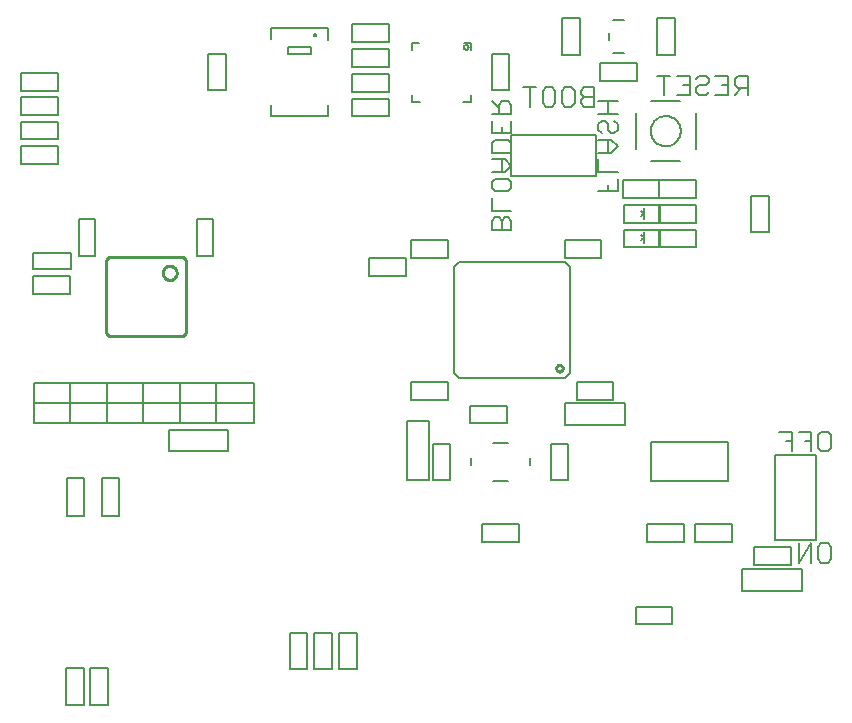
<source format=gbo>
G75*
G70*
%OFA0B0*%
%FSLAX24Y24*%
%IPPOS*%
%LPD*%
%AMOC8*
5,1,8,0,0,1.08239X$1,22.5*
%
%ADD10C,0.0080*%
%ADD11C,0.0100*%
%ADD12C,0.0060*%
D10*
X003953Y003043D02*
X003953Y004264D01*
X004544Y004264D01*
X004544Y003043D01*
X003953Y003043D01*
X004760Y003043D02*
X005351Y003043D01*
X005351Y004264D01*
X004760Y004264D01*
X004760Y003043D01*
X011414Y004224D02*
X012005Y004224D01*
X012005Y005445D01*
X011414Y005445D01*
X011414Y004224D01*
X012241Y004224D02*
X012831Y004224D01*
X012831Y005445D01*
X012241Y005445D01*
X012241Y004224D01*
X013068Y004224D02*
X013658Y004224D01*
X013658Y005445D01*
X013068Y005445D01*
X013068Y004224D01*
X017831Y008476D02*
X017831Y009067D01*
X019052Y009067D01*
X019052Y008476D01*
X017831Y008476D01*
X018205Y010504D02*
X018678Y010504D01*
X019426Y011016D02*
X019426Y011252D01*
X020115Y011744D02*
X020705Y011744D01*
X020705Y010524D01*
X020115Y010524D01*
X020115Y011744D01*
X020587Y012354D02*
X020587Y013083D01*
X022595Y013083D01*
X022595Y012354D01*
X020587Y012354D01*
X020981Y013201D02*
X020981Y013791D01*
X022201Y013791D01*
X022201Y013201D01*
X020981Y013201D01*
X020607Y013929D02*
X017064Y013929D01*
X016906Y014087D01*
X016906Y017630D01*
X017064Y017787D01*
X020607Y017787D01*
X020764Y017630D01*
X020764Y014087D01*
X020607Y013929D01*
X018658Y013004D02*
X018658Y012413D01*
X017438Y012413D01*
X017438Y013004D01*
X018658Y013004D01*
X018678Y011764D02*
X018205Y011764D01*
X017457Y011252D02*
X017457Y011016D01*
X016768Y010524D02*
X016768Y011744D01*
X016178Y011744D01*
X016178Y010524D01*
X016768Y010524D01*
X016060Y010543D02*
X016060Y012512D01*
X015312Y012512D01*
X015312Y010524D01*
X016040Y010524D01*
X015469Y013201D02*
X015469Y013791D01*
X016690Y013791D01*
X016690Y013201D01*
X015469Y013201D01*
X015292Y017335D02*
X014071Y017335D01*
X014071Y017925D01*
X015292Y017925D01*
X015292Y017335D01*
X015469Y017925D02*
X015469Y018516D01*
X016690Y018516D01*
X016690Y017925D01*
X015469Y017925D01*
X018800Y020654D02*
X021634Y020654D01*
X021634Y022031D01*
X018800Y022031D01*
X018800Y020654D01*
X020587Y018516D02*
X020587Y017925D01*
X021808Y017925D01*
X021808Y018516D01*
X020587Y018516D01*
X022556Y018280D02*
X022556Y018870D01*
X023776Y018870D01*
X023776Y018280D01*
X022556Y018280D01*
X023111Y018528D02*
X023227Y018604D01*
X023233Y018614D02*
X023111Y018706D01*
X023233Y018795D02*
X023233Y018614D01*
X023233Y018433D01*
X023737Y018280D02*
X023737Y018870D01*
X024957Y018870D01*
X024957Y018280D01*
X023737Y018280D01*
X023737Y019106D02*
X023737Y019697D01*
X024957Y019697D01*
X024957Y019106D01*
X023737Y019106D01*
X023776Y019106D02*
X023776Y019697D01*
X022556Y019697D01*
X022556Y019106D01*
X023776Y019106D01*
X023233Y019220D02*
X023233Y019402D01*
X023111Y019494D01*
X023233Y019583D02*
X023233Y019402D01*
X023227Y019392D02*
X023111Y019316D01*
X022516Y019933D02*
X022516Y020524D01*
X023737Y020524D01*
X023737Y019933D01*
X022516Y019933D01*
X023737Y019933D02*
X024957Y019933D01*
X024957Y020524D01*
X023737Y020524D01*
X023465Y021157D02*
X024442Y021157D01*
X024953Y021551D02*
X024953Y022764D01*
X024442Y023157D02*
X023453Y023157D01*
X022953Y022764D02*
X022953Y021551D01*
X023453Y022157D02*
X023455Y022201D01*
X023461Y022245D01*
X023471Y022288D01*
X023484Y022330D01*
X023501Y022371D01*
X023522Y022410D01*
X023546Y022447D01*
X023573Y022482D01*
X023603Y022514D01*
X023636Y022544D01*
X023672Y022570D01*
X023709Y022594D01*
X023749Y022613D01*
X023790Y022630D01*
X023833Y022642D01*
X023876Y022651D01*
X023920Y022656D01*
X023964Y022657D01*
X024008Y022654D01*
X024052Y022647D01*
X024095Y022636D01*
X024137Y022622D01*
X024177Y022604D01*
X024216Y022582D01*
X024252Y022558D01*
X024286Y022530D01*
X024318Y022499D01*
X024347Y022465D01*
X024373Y022429D01*
X024395Y022391D01*
X024414Y022351D01*
X024429Y022309D01*
X024441Y022267D01*
X024449Y022223D01*
X024453Y022179D01*
X024453Y022135D01*
X024449Y022091D01*
X024441Y022047D01*
X024429Y022005D01*
X024414Y021963D01*
X024395Y021923D01*
X024373Y021885D01*
X024347Y021849D01*
X024318Y021815D01*
X024286Y021784D01*
X024252Y021756D01*
X024216Y021732D01*
X024177Y021710D01*
X024137Y021692D01*
X024095Y021678D01*
X024052Y021667D01*
X024008Y021660D01*
X023964Y021657D01*
X023920Y021658D01*
X023876Y021663D01*
X023833Y021672D01*
X023790Y021684D01*
X023749Y021701D01*
X023709Y021720D01*
X023672Y021744D01*
X023636Y021770D01*
X023603Y021800D01*
X023573Y021832D01*
X023546Y021867D01*
X023522Y021904D01*
X023501Y021943D01*
X023484Y021984D01*
X023471Y022026D01*
X023461Y022069D01*
X023455Y022113D01*
X023453Y022157D01*
X022989Y023831D02*
X021768Y023831D01*
X021768Y024421D01*
X022989Y024421D01*
X022989Y023831D01*
X022548Y024747D02*
X022210Y024747D01*
X022060Y025201D02*
X022060Y025413D01*
X022210Y025867D02*
X022548Y025867D01*
X023658Y025917D02*
X023658Y024697D01*
X024249Y024697D01*
X024249Y025917D01*
X023658Y025917D01*
X021099Y025917D02*
X021099Y024697D01*
X020509Y024697D01*
X020509Y025917D01*
X021099Y025917D01*
X018737Y024736D02*
X018146Y024736D01*
X018146Y023516D01*
X018737Y023516D01*
X018737Y024736D01*
X017457Y024874D02*
X017457Y025110D01*
X017221Y025110D01*
X017221Y024953D02*
X017223Y024971D01*
X017229Y024987D01*
X017238Y025002D01*
X017251Y025015D01*
X017266Y025024D01*
X017282Y025030D01*
X017300Y025032D01*
X017318Y025030D01*
X017334Y025024D01*
X017349Y025015D01*
X017362Y025002D01*
X017371Y024987D01*
X017377Y024971D01*
X017379Y024953D01*
X017377Y024935D01*
X017371Y024919D01*
X017362Y024904D01*
X017349Y024891D01*
X017334Y024882D01*
X017318Y024876D01*
X017300Y024874D01*
X017282Y024876D01*
X017266Y024882D01*
X017251Y024891D01*
X017238Y024904D01*
X017229Y024919D01*
X017223Y024935D01*
X017221Y024953D01*
X015725Y025110D02*
X015489Y025110D01*
X015489Y024874D01*
X014721Y024894D02*
X014721Y024303D01*
X013501Y024303D01*
X013501Y024894D01*
X014721Y024894D01*
X014721Y025130D02*
X014721Y025720D01*
X013501Y025720D01*
X013501Y025130D01*
X014721Y025130D01*
X014721Y024067D02*
X013501Y024067D01*
X013501Y023476D01*
X014721Y023476D01*
X014721Y024067D01*
X014721Y023240D02*
X013501Y023240D01*
X013501Y022650D01*
X014721Y022650D01*
X014721Y023240D01*
X015489Y023142D02*
X015489Y023378D01*
X015489Y023142D02*
X015764Y023142D01*
X017182Y023142D02*
X017457Y023142D01*
X017457Y023378D01*
X012709Y023043D02*
X012709Y022669D01*
X010788Y022669D01*
X010788Y023043D01*
X009288Y023516D02*
X009288Y024736D01*
X008697Y024736D01*
X008697Y023516D01*
X009288Y023516D01*
X010788Y025228D02*
X010788Y025583D01*
X012709Y025583D01*
X012709Y025209D01*
X012220Y025374D02*
X012222Y025385D01*
X012227Y025396D01*
X012235Y025404D01*
X012246Y025409D01*
X012257Y025411D01*
X012268Y025409D01*
X012279Y025404D01*
X012287Y025396D01*
X012292Y025385D01*
X012294Y025374D01*
X012292Y025363D01*
X012287Y025352D01*
X012279Y025344D01*
X012268Y025339D01*
X012257Y025337D01*
X012246Y025339D01*
X012235Y025344D01*
X012227Y025352D01*
X012222Y025363D01*
X012220Y025374D01*
X012123Y024957D02*
X012123Y024720D01*
X011375Y024720D01*
X011375Y024957D01*
X012123Y024957D01*
X008875Y019244D02*
X008323Y019244D01*
X008323Y017984D01*
X008875Y017984D01*
X008875Y019244D01*
X004938Y019224D02*
X004938Y017984D01*
X004386Y017984D01*
X004386Y019224D01*
X004938Y019224D01*
X004111Y018102D02*
X004111Y017551D01*
X002851Y017551D01*
X002851Y018102D01*
X004111Y018102D01*
X004091Y017315D02*
X004091Y016724D01*
X002871Y016724D01*
X002871Y017315D01*
X004091Y017315D01*
X004091Y013752D02*
X004091Y012433D01*
X002890Y012413D02*
X002890Y013772D01*
X007753Y013772D01*
X007753Y012433D01*
X007379Y012197D02*
X007379Y011488D01*
X009347Y011488D01*
X009347Y012197D01*
X007379Y012197D01*
X006532Y012413D02*
X006532Y013732D01*
X005312Y013752D02*
X005312Y012413D01*
X002890Y012413D01*
X002910Y013083D02*
X010213Y013083D01*
X010213Y012413D01*
X006532Y012413D01*
X005312Y012413D01*
X005174Y010583D02*
X005174Y009323D01*
X005725Y009323D01*
X005725Y010583D01*
X005174Y010583D01*
X004544Y010583D02*
X004544Y009323D01*
X003993Y009323D01*
X003993Y010583D01*
X004544Y010583D01*
X007753Y013772D02*
X008973Y013772D01*
X008973Y012433D01*
X010213Y013083D02*
X010213Y013772D01*
X008973Y013772D01*
X003697Y021075D02*
X002477Y021075D01*
X002477Y021665D01*
X003697Y021665D01*
X003697Y021075D01*
X003697Y021882D02*
X003697Y022472D01*
X002477Y022472D01*
X002477Y021882D01*
X003697Y021882D01*
X003697Y022689D02*
X003697Y023280D01*
X002477Y023280D01*
X002477Y022689D01*
X003697Y022689D01*
X003697Y023496D02*
X003697Y024087D01*
X002477Y024087D01*
X002477Y023496D01*
X003697Y023496D01*
X022949Y006311D02*
X022949Y005720D01*
X024170Y005720D01*
X024170Y006311D01*
X022949Y006311D01*
X023343Y008476D02*
X023343Y009067D01*
X024564Y009067D01*
X024564Y008476D01*
X023343Y008476D01*
X024938Y008476D02*
X024938Y009067D01*
X026158Y009067D01*
X026158Y008476D01*
X024938Y008476D01*
X026493Y007571D02*
X026493Y006823D01*
X028501Y006823D01*
X028501Y007571D01*
X026493Y007571D01*
X026906Y007689D02*
X026906Y008280D01*
X028127Y008280D01*
X028127Y007689D01*
X026906Y007689D01*
X027595Y008535D02*
X027595Y011370D01*
X028973Y011370D01*
X028973Y008535D01*
X027595Y008535D01*
X026031Y010484D02*
X026031Y011784D01*
X023451Y011784D01*
X023451Y010484D01*
X026031Y010484D01*
X026808Y018791D02*
X027398Y018791D01*
X027398Y020012D01*
X026808Y020012D01*
X026808Y018791D01*
D11*
X020299Y014254D02*
X020301Y014274D01*
X020306Y014294D01*
X020316Y014312D01*
X020328Y014329D01*
X020343Y014343D01*
X020361Y014353D01*
X020380Y014361D01*
X020400Y014365D01*
X020420Y014365D01*
X020440Y014361D01*
X020459Y014353D01*
X020477Y014343D01*
X020492Y014329D01*
X020504Y014312D01*
X020514Y014294D01*
X020519Y014274D01*
X020521Y014254D01*
X020519Y014234D01*
X020514Y014214D01*
X020504Y014196D01*
X020492Y014179D01*
X020477Y014165D01*
X020459Y014155D01*
X020440Y014147D01*
X020420Y014143D01*
X020400Y014143D01*
X020380Y014147D01*
X020361Y014155D01*
X020343Y014165D01*
X020328Y014179D01*
X020316Y014196D01*
X020306Y014214D01*
X020301Y014234D01*
X020299Y014254D01*
X007959Y015425D02*
X007959Y017866D01*
X007851Y017974D01*
X005410Y017974D01*
X005302Y017866D01*
X005302Y015425D01*
X005410Y015317D01*
X007851Y015317D01*
X007959Y015425D01*
X007182Y017433D02*
X007184Y017463D01*
X007190Y017493D01*
X007199Y017522D01*
X007212Y017549D01*
X007229Y017574D01*
X007248Y017597D01*
X007271Y017618D01*
X007296Y017635D01*
X007322Y017649D01*
X007351Y017659D01*
X007380Y017666D01*
X007410Y017669D01*
X007441Y017668D01*
X007471Y017663D01*
X007500Y017654D01*
X007527Y017642D01*
X007553Y017627D01*
X007577Y017608D01*
X007598Y017586D01*
X007616Y017562D01*
X007631Y017535D01*
X007642Y017507D01*
X007650Y017478D01*
X007654Y017448D01*
X007654Y017418D01*
X007650Y017388D01*
X007642Y017359D01*
X007631Y017331D01*
X007616Y017304D01*
X007598Y017280D01*
X007577Y017258D01*
X007553Y017239D01*
X007527Y017224D01*
X007500Y017212D01*
X007471Y017203D01*
X007441Y017198D01*
X007410Y017197D01*
X007380Y017200D01*
X007351Y017207D01*
X007322Y017217D01*
X007296Y017231D01*
X007271Y017248D01*
X007248Y017269D01*
X007229Y017292D01*
X007212Y017317D01*
X007199Y017344D01*
X007190Y017373D01*
X007184Y017403D01*
X007182Y017433D01*
D12*
X018165Y018857D02*
X018165Y019177D01*
X018272Y019284D01*
X018379Y019284D01*
X018486Y019177D01*
X018486Y018857D01*
X018806Y018857D02*
X018806Y019177D01*
X018699Y019284D01*
X018592Y019284D01*
X018486Y019177D01*
X018806Y018857D02*
X018165Y018857D01*
X018165Y019501D02*
X018165Y019928D01*
X018272Y020146D02*
X018165Y020253D01*
X018165Y020466D01*
X018272Y020573D01*
X018699Y020573D01*
X018806Y020466D01*
X018806Y020253D01*
X018699Y020146D01*
X018272Y020146D01*
X018165Y020790D02*
X018592Y020790D01*
X018806Y021004D01*
X018592Y021217D01*
X018165Y021217D01*
X018165Y021435D02*
X018165Y021755D01*
X018272Y021862D01*
X018699Y021862D01*
X018806Y021755D01*
X018806Y021435D01*
X018165Y021435D01*
X018486Y021217D02*
X018486Y020790D01*
X018806Y019501D02*
X018165Y019501D01*
X018165Y022079D02*
X018165Y022506D01*
X018165Y022724D02*
X018806Y022724D01*
X018806Y023044D01*
X018699Y023151D01*
X018486Y023151D01*
X018379Y023044D01*
X018379Y022724D01*
X018379Y022937D02*
X018165Y023151D01*
X018806Y022506D02*
X018806Y022079D01*
X018165Y022079D01*
X018486Y022079D02*
X018486Y022293D01*
X019414Y022975D02*
X019414Y023615D01*
X019201Y023615D02*
X019628Y023615D01*
X019845Y023509D02*
X019952Y023615D01*
X020165Y023615D01*
X020272Y023509D01*
X020272Y023082D01*
X020165Y022975D01*
X019952Y022975D01*
X019845Y023082D01*
X019845Y023509D01*
X020490Y023509D02*
X020490Y023082D01*
X020596Y022975D01*
X020810Y022975D01*
X020917Y023082D01*
X020917Y023509D01*
X020810Y023615D01*
X020596Y023615D01*
X020490Y023509D01*
X021134Y023509D02*
X021134Y023402D01*
X021241Y023295D01*
X021561Y023295D01*
X021709Y023151D02*
X022349Y023151D01*
X022029Y023151D02*
X022029Y022724D01*
X021922Y022506D02*
X021815Y022506D01*
X021709Y022400D01*
X021709Y022186D01*
X021815Y022079D01*
X022029Y022186D02*
X022029Y022400D01*
X021922Y022506D01*
X021709Y022724D02*
X022349Y022724D01*
X022242Y022506D02*
X022349Y022400D01*
X022349Y022186D01*
X022242Y022079D01*
X022136Y022079D01*
X022029Y022186D01*
X022029Y021862D02*
X022029Y021435D01*
X022136Y021435D02*
X022349Y021648D01*
X022136Y021862D01*
X021709Y021862D01*
X021709Y021435D02*
X022136Y021435D01*
X021709Y021217D02*
X021709Y020790D01*
X022349Y020790D01*
X022349Y020573D02*
X022349Y020146D01*
X021709Y020146D01*
X022029Y020146D02*
X022029Y020359D01*
X021561Y022975D02*
X021241Y022975D01*
X021134Y023082D01*
X021134Y023188D01*
X021241Y023295D01*
X021134Y023509D02*
X021241Y023615D01*
X021561Y023615D01*
X021561Y022975D01*
X023674Y024009D02*
X024101Y024009D01*
X023888Y024009D02*
X023888Y023369D01*
X024319Y023369D02*
X024746Y023369D01*
X024746Y024009D01*
X024319Y024009D01*
X024532Y023689D02*
X024746Y023689D01*
X024963Y023582D02*
X024963Y023475D01*
X025070Y023369D01*
X025284Y023369D01*
X025390Y023475D01*
X025284Y023689D02*
X025070Y023689D01*
X024963Y023582D01*
X024963Y023902D02*
X025070Y024009D01*
X025284Y024009D01*
X025390Y023902D01*
X025390Y023796D01*
X025284Y023689D01*
X025608Y024009D02*
X026035Y024009D01*
X026035Y023369D01*
X025608Y023369D01*
X025821Y023689D02*
X026035Y023689D01*
X026252Y023689D02*
X026252Y023902D01*
X026359Y024009D01*
X026679Y024009D01*
X026679Y023369D01*
X026679Y023582D02*
X026359Y023582D01*
X026252Y023689D01*
X026466Y023582D02*
X026252Y023369D01*
X027739Y012139D02*
X028166Y012139D01*
X028166Y011499D01*
X028166Y011819D02*
X027952Y011819D01*
X028383Y012139D02*
X028810Y012139D01*
X028810Y011499D01*
X029028Y011605D02*
X029028Y012032D01*
X029135Y012139D01*
X029348Y012139D01*
X029455Y012032D01*
X029455Y011605D01*
X029348Y011499D01*
X029135Y011499D01*
X029028Y011605D01*
X028810Y011819D02*
X028597Y011819D01*
X028810Y008419D02*
X028383Y007778D01*
X028383Y008419D01*
X028810Y008419D02*
X028810Y007778D01*
X029028Y007885D02*
X029028Y008312D01*
X029135Y008419D01*
X029348Y008419D01*
X029455Y008312D01*
X029455Y007885D01*
X029348Y007778D01*
X029135Y007778D01*
X029028Y007885D01*
M02*

</source>
